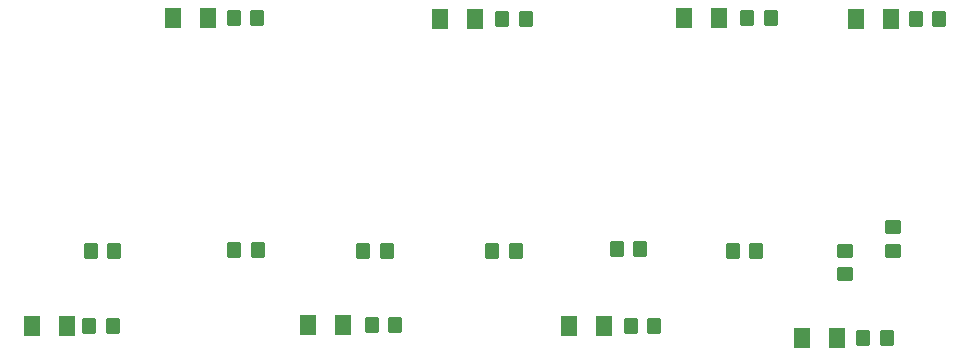
<source format=gbr>
%TF.GenerationSoftware,KiCad,Pcbnew,8.0.4*%
%TF.CreationDate,2024-07-23T21:16:43+01:00*%
%TF.ProjectId,8_Way_Relay_Board,385f5761-795f-4526-956c-61795f426f61,V1*%
%TF.SameCoordinates,Original*%
%TF.FileFunction,Paste,Top*%
%TF.FilePolarity,Positive*%
%FSLAX46Y46*%
G04 Gerber Fmt 4.6, Leading zero omitted, Abs format (unit mm)*
G04 Created by KiCad (PCBNEW 8.0.4) date 2024-07-23 21:16:43*
%MOMM*%
%LPD*%
G01*
G04 APERTURE LIST*
G04 Aperture macros list*
%AMRoundRect*
0 Rectangle with rounded corners*
0 $1 Rounding radius*
0 $2 $3 $4 $5 $6 $7 $8 $9 X,Y pos of 4 corners*
0 Add a 4 corners polygon primitive as box body*
4,1,4,$2,$3,$4,$5,$6,$7,$8,$9,$2,$3,0*
0 Add four circle primitives for the rounded corners*
1,1,$1+$1,$2,$3*
1,1,$1+$1,$4,$5*
1,1,$1+$1,$6,$7*
1,1,$1+$1,$8,$9*
0 Add four rect primitives between the rounded corners*
20,1,$1+$1,$2,$3,$4,$5,0*
20,1,$1+$1,$4,$5,$6,$7,0*
20,1,$1+$1,$6,$7,$8,$9,0*
20,1,$1+$1,$8,$9,$2,$3,0*%
G04 Aperture macros list end*
%ADD10RoundRect,0.250000X-0.450000X0.350000X-0.450000X-0.350000X0.450000X-0.350000X0.450000X0.350000X0*%
%ADD11RoundRect,0.250000X0.350000X0.450000X-0.350000X0.450000X-0.350000X-0.450000X0.350000X-0.450000X0*%
%ADD12RoundRect,0.250001X-0.462499X-0.624999X0.462499X-0.624999X0.462499X0.624999X-0.462499X0.624999X0*%
%ADD13RoundRect,0.250000X0.450000X-0.350000X0.450000X0.350000X-0.450000X0.350000X-0.450000X-0.350000X0*%
G04 APERTURE END LIST*
D10*
%TO.C,R8*%
X138684000Y-76317600D03*
X138684000Y-78317600D03*
%TD*%
D11*
%TO.C,R10*%
X84886800Y-58623200D03*
X82886800Y-58623200D03*
%TD*%
D12*
%TO.C,D8*%
X135556600Y-58674000D03*
X138531600Y-58674000D03*
%TD*%
D11*
%TO.C,R4*%
X106765600Y-78282800D03*
X104765600Y-78282800D03*
%TD*%
D12*
%TO.C,D2*%
X77709700Y-58623200D03*
X80684700Y-58623200D03*
%TD*%
%TO.C,D7*%
X130984600Y-85699600D03*
X133959600Y-85699600D03*
%TD*%
D11*
%TO.C,R3*%
X95843600Y-78282800D03*
X93843600Y-78282800D03*
%TD*%
%TO.C,R11*%
X96556500Y-84595600D03*
X94556500Y-84595600D03*
%TD*%
%TO.C,R9*%
X72662800Y-84707200D03*
X70662800Y-84707200D03*
%TD*%
%TO.C,R13*%
X118484400Y-84673600D03*
X116484400Y-84673600D03*
%TD*%
%TO.C,R5*%
X117297200Y-78181200D03*
X115297200Y-78181200D03*
%TD*%
D12*
%TO.C,D6*%
X121027800Y-58623200D03*
X124002800Y-58623200D03*
%TD*%
%TO.C,D5*%
X111237700Y-84683600D03*
X114212700Y-84683600D03*
%TD*%
D11*
%TO.C,R14*%
X128341300Y-58626800D03*
X126341300Y-58626800D03*
%TD*%
D12*
%TO.C,D3*%
X89125400Y-84582000D03*
X92100400Y-84582000D03*
%TD*%
D11*
%TO.C,R6*%
X127136400Y-78282800D03*
X125136400Y-78282800D03*
%TD*%
%TO.C,R16*%
X142630400Y-58640400D03*
X140630400Y-58640400D03*
%TD*%
%TO.C,R1*%
X72780400Y-78333600D03*
X70780400Y-78333600D03*
%TD*%
D12*
%TO.C,D4*%
X100352200Y-58674000D03*
X103327200Y-58674000D03*
%TD*%
D11*
%TO.C,R12*%
X107630900Y-58701200D03*
X105630900Y-58701200D03*
%TD*%
D13*
%TO.C,R7*%
X134620000Y-80298800D03*
X134620000Y-78298800D03*
%TD*%
D11*
%TO.C,R2*%
X84921600Y-78232000D03*
X82921600Y-78232000D03*
%TD*%
D12*
%TO.C,D1*%
X65757400Y-84683600D03*
X68732400Y-84683600D03*
%TD*%
D11*
%TO.C,R15*%
X138182200Y-85699600D03*
X136182200Y-85699600D03*
%TD*%
M02*

</source>
